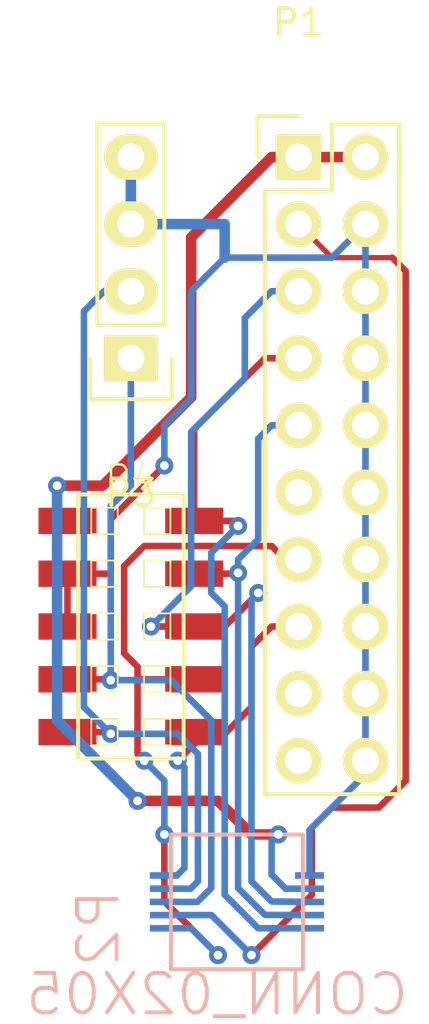
<source format=kicad_pcb>
(kicad_pcb (version 4) (host pcbnew "(2015-06-20 BZR 5796)-product")

  (general
    (links 31)
    (no_connects 0)
    (area 154.911667 96.645 171.478334 135.905)
    (thickness 1.6)
    (drawings 0)
    (tracks 158)
    (zones 0)
    (modules 4)
    (nets 14)
  )

  (page A4)
  (layers
    (0 F.Cu signal)
    (31 B.Cu signal)
    (32 B.Adhes user)
    (33 F.Adhes user)
    (34 B.Paste user)
    (35 F.Paste user)
    (36 B.SilkS user)
    (37 F.SilkS user)
    (38 B.Mask user)
    (39 F.Mask user)
    (40 Dwgs.User user)
    (41 Cmts.User user)
    (42 Eco1.User user)
    (43 Eco2.User user)
    (44 Edge.Cuts user)
    (45 Margin user)
    (46 B.CrtYd user)
    (47 F.CrtYd user)
    (48 B.Fab user)
    (49 F.Fab user)
  )

  (setup
    (last_trace_width 0.4)
    (user_trace_width 0.2)
    (user_trace_width 0.3)
    (user_trace_width 0.35)
    (user_trace_width 0.4)
    (user_trace_width 0.45)
    (user_trace_width 0.5)
    (user_trace_width 0.55)
    (user_trace_width 0.6)
    (user_trace_width 0.65)
    (user_trace_width 0.7)
    (user_trace_width 1)
    (user_trace_width 1.5)
    (trace_clearance 0.2)
    (zone_clearance 0.254)
    (zone_45_only no)
    (trace_min 0.1524)
    (segment_width 0.2)
    (edge_width 0.15)
    (via_size 0.6858)
    (via_drill 0.33)
    (via_min_size 0.6858)
    (via_min_drill 0.33)
    (uvia_size 0.3)
    (uvia_drill 0.1)
    (uvias_allowed no)
    (uvia_min_size 0.2)
    (uvia_min_drill 0.1)
    (pcb_text_width 0.3)
    (pcb_text_size 1.5 1.5)
    (mod_edge_width 0.15)
    (mod_text_size 0.5 0.5)
    (mod_text_width 0.0635)
    (pad_size 4 4)
    (pad_drill 2.5)
    (pad_to_mask_clearance 0.2)
    (aux_axis_origin 0 0)
    (visible_elements FFFEFF1F)
    (pcbplotparams
      (layerselection 0x00030_80000001)
      (usegerberextensions false)
      (excludeedgelayer true)
      (linewidth 0.100000)
      (plotframeref false)
      (viasonmask false)
      (mode 1)
      (useauxorigin false)
      (hpglpennumber 1)
      (hpglpenspeed 20)
      (hpglpendiameter 15)
      (hpglpenoverlay 2)
      (psnegative false)
      (psa4output false)
      (plotreference true)
      (plotvalue true)
      (plotinvisibletext false)
      (padsonsilk false)
      (subtractmaskfromsilk false)
      (outputformat 1)
      (mirror false)
      (drillshape 1)
      (scaleselection 1)
      (outputdirectory ""))
  )

  (net 0 "")
  (net 1 /VAPP)
  (net 2 /TRST)
  (net 3 GND)
  (net 4 /TDI)
  (net 5 /TMS_SWDIO)
  (net 6 /TCK_SWCLK)
  (net 7 "Net-(P1-Pad11)")
  (net 8 /TDO_SWO)
  (net 9 /NRST)
  (net 10 "Net-(P1-Pad17)")
  (net 11 "Net-(P1-Pad19)")
  (net 12 /UART_TX)
  (net 13 /UART_RX)

  (net_class Default "This is the default net class."
    (clearance 0.2)
    (trace_width 0.25)
    (via_dia 0.6858)
    (via_drill 0.33)
    (uvia_dia 0.3)
    (uvia_drill 0.1)
    (add_net /NRST)
    (add_net /TCK_SWCLK)
    (add_net /TDI)
    (add_net /TDO_SWO)
    (add_net /TMS_SWDIO)
    (add_net /TRST)
    (add_net /UART_RX)
    (add_net /UART_TX)
    (add_net /VAPP)
    (add_net GND)
    (add_net "Net-(P1-Pad11)")
    (add_net "Net-(P1-Pad17)")
    (add_net "Net-(P1-Pad19)")
  )

  (module Pin_Headers:Pin_Header_Straight_2x10 (layer F.Cu) (tedit 0) (tstamp 55892371)
    (at 166.37 102.87)
    (descr "Through hole pin header")
    (tags "pin header")
    (path /5586FF1D)
    (fp_text reference P1 (at 0 -5.1) (layer F.SilkS)
      (effects (font (size 1 1) (thickness 0.15)))
    )
    (fp_text value CONN_02X10 (at 0 -3.1) (layer F.Fab)
      (effects (font (size 1 1) (thickness 0.15)))
    )
    (fp_line (start -1.75 -1.75) (end -1.75 24.65) (layer F.CrtYd) (width 0.05))
    (fp_line (start 4.3 -1.75) (end 4.3 24.65) (layer F.CrtYd) (width 0.05))
    (fp_line (start -1.75 -1.75) (end 4.3 -1.75) (layer F.CrtYd) (width 0.05))
    (fp_line (start -1.75 24.65) (end 4.3 24.65) (layer F.CrtYd) (width 0.05))
    (fp_line (start 3.81 24.13) (end 3.81 -1.27) (layer F.SilkS) (width 0.15))
    (fp_line (start -1.27 1.27) (end -1.27 24.13) (layer F.SilkS) (width 0.15))
    (fp_line (start 3.81 24.13) (end -1.27 24.13) (layer F.SilkS) (width 0.15))
    (fp_line (start 3.81 -1.27) (end 1.27 -1.27) (layer F.SilkS) (width 0.15))
    (fp_line (start 0 -1.55) (end -1.55 -1.55) (layer F.SilkS) (width 0.15))
    (fp_line (start 1.27 -1.27) (end 1.27 1.27) (layer F.SilkS) (width 0.15))
    (fp_line (start 1.27 1.27) (end -1.27 1.27) (layer F.SilkS) (width 0.15))
    (fp_line (start -1.55 -1.55) (end -1.55 0) (layer F.SilkS) (width 0.15))
    (pad 1 thru_hole rect (at 0 0) (size 1.7272 1.7272) (drill 1.016) (layers *.Cu *.Mask F.SilkS)
      (net 1 /VAPP))
    (pad 2 thru_hole oval (at 2.54 0) (size 1.7272 1.7272) (drill 1.016) (layers *.Cu *.Mask F.SilkS)
      (net 1 /VAPP))
    (pad 3 thru_hole oval (at 0 2.54) (size 1.7272 1.7272) (drill 1.016) (layers *.Cu *.Mask F.SilkS)
      (net 2 /TRST))
    (pad 4 thru_hole oval (at 2.54 2.54) (size 1.7272 1.7272) (drill 1.016) (layers *.Cu *.Mask F.SilkS)
      (net 3 GND))
    (pad 5 thru_hole oval (at 0 5.08) (size 1.7272 1.7272) (drill 1.016) (layers *.Cu *.Mask F.SilkS)
      (net 4 /TDI))
    (pad 6 thru_hole oval (at 2.54 5.08) (size 1.7272 1.7272) (drill 1.016) (layers *.Cu *.Mask F.SilkS)
      (net 3 GND))
    (pad 7 thru_hole oval (at 0 7.62) (size 1.7272 1.7272) (drill 1.016) (layers *.Cu *.Mask F.SilkS)
      (net 5 /TMS_SWDIO))
    (pad 8 thru_hole oval (at 2.54 7.62) (size 1.7272 1.7272) (drill 1.016) (layers *.Cu *.Mask F.SilkS)
      (net 3 GND))
    (pad 9 thru_hole oval (at 0 10.16) (size 1.7272 1.7272) (drill 1.016) (layers *.Cu *.Mask F.SilkS)
      (net 6 /TCK_SWCLK))
    (pad 10 thru_hole oval (at 2.54 10.16) (size 1.7272 1.7272) (drill 1.016) (layers *.Cu *.Mask F.SilkS)
      (net 3 GND))
    (pad 11 thru_hole oval (at 0 12.7) (size 1.7272 1.7272) (drill 1.016) (layers *.Cu *.Mask F.SilkS)
      (net 7 "Net-(P1-Pad11)"))
    (pad 12 thru_hole oval (at 2.54 12.7) (size 1.7272 1.7272) (drill 1.016) (layers *.Cu *.Mask F.SilkS)
      (net 3 GND))
    (pad 13 thru_hole oval (at 0 15.24) (size 1.7272 1.7272) (drill 1.016) (layers *.Cu *.Mask F.SilkS)
      (net 8 /TDO_SWO))
    (pad 14 thru_hole oval (at 2.54 15.24) (size 1.7272 1.7272) (drill 1.016) (layers *.Cu *.Mask F.SilkS)
      (net 3 GND))
    (pad 15 thru_hole oval (at 0 17.78) (size 1.7272 1.7272) (drill 1.016) (layers *.Cu *.Mask F.SilkS)
      (net 9 /NRST))
    (pad 16 thru_hole oval (at 2.54 17.78) (size 1.7272 1.7272) (drill 1.016) (layers *.Cu *.Mask F.SilkS)
      (net 3 GND))
    (pad 17 thru_hole oval (at 0 20.32) (size 1.7272 1.7272) (drill 1.016) (layers *.Cu *.Mask F.SilkS)
      (net 10 "Net-(P1-Pad17)"))
    (pad 18 thru_hole oval (at 2.54 20.32) (size 1.7272 1.7272) (drill 1.016) (layers *.Cu *.Mask F.SilkS)
      (net 3 GND))
    (pad 19 thru_hole oval (at 0 22.86) (size 1.7272 1.7272) (drill 1.016) (layers *.Cu *.Mask F.SilkS)
      (net 11 "Net-(P1-Pad19)"))
    (pad 20 thru_hole oval (at 2.54 22.86) (size 1.7272 1.7272) (drill 1.016) (layers *.Cu *.Mask F.SilkS)
      (net 3 GND))
    (model Pin_Headers.3dshapes/Pin_Header_Straight_2x10.wrl
      (at (xyz 0.05 -0.45 0))
      (scale (xyz 1 1 1))
      (rotate (xyz 0 0 90))
    )
  )

  (module DF23C-10DP-0.5V:DF23C-10DS-0.5V (layer B.Cu) (tedit 5586AB65) (tstamp 5589237F)
    (at 161.29 132.08 90)
    (path /5586E97E)
    (fp_text reference P2 (at 0 -2.5 90) (layer B.SilkS)
      (effects (font (size 1.5 1.5) (thickness 0.15)) (justify mirror))
    )
    (fp_text value CONN_02X05 (at -2.5 2 360) (layer B.SilkS)
      (effects (font (size 1.5 1.5) (thickness 0.15)) (justify mirror))
    )
    (fp_line (start 3.55 5.25) (end 3.55 0.25) (layer B.SilkS) (width 0.15))
    (fp_line (start -1.55 5.25) (end -1.55 0.25) (layer B.SilkS) (width 0.15))
    (fp_line (start -1.55 0.25) (end 3.55 0.25) (layer B.SilkS) (width 0.15))
    (fp_line (start -1.55 5.25) (end 3.55 5.25) (layer B.SilkS) (width 0.15))
    (pad 1 smd rect (at 0 0 90) (size 0.25 1.1) (layers B.Cu B.Paste B.Mask)
      (net 8 /TDO_SWO))
    (pad 3 smd rect (at 0.5 0 90) (size 0.25 1.1) (layers B.Cu B.Paste B.Mask)
      (net 2 /TRST))
    (pad 5 smd rect (at 1 0 90) (size 0.25 1.1) (layers B.Cu B.Paste B.Mask)
      (net 12 /UART_TX))
    (pad 7 smd rect (at 1.5 0 90) (size 0.25 1.1) (layers B.Cu B.Paste B.Mask)
      (net 13 /UART_RX))
    (pad 9 smd rect (at 2 0 90) (size 0.25 1.1) (layers B.Cu B.Paste B.Mask)
      (net 9 /NRST))
    (pad 2 smd rect (at 0 5.5 90) (size 0.25 1.1) (layers B.Cu B.Paste B.Mask)
      (net 5 /TMS_SWDIO))
    (pad 4 smd rect (at 0.5 5.5 90) (size 0.25 1.1) (layers B.Cu B.Paste B.Mask)
      (net 6 /TCK_SWCLK))
    (pad 6 smd rect (at 1 5.5 90) (size 0.25 1.1) (layers B.Cu B.Paste B.Mask)
      (net 4 /TDI))
    (pad 8 smd rect (at 1.5 5.5 90) (size 0.25 1.1) (layers B.Cu B.Paste B.Mask)
      (net 1 /VAPP))
    (pad 10 smd rect (at 2 5.5 90) (size 0.25 1.1) (layers B.Cu B.Paste B.Mask)
      (net 3 GND))
  )

  (module Pin_Headers:Pin_Header_Straight_1x04 (layer F.Cu) (tedit 0) (tstamp 55892392)
    (at 160.02 110.49 180)
    (descr "Through hole pin header")
    (tags "pin header")
    (path /55886F42)
    (fp_text reference P3 (at 0 -5.1 180) (layer F.SilkS)
      (effects (font (size 1 1) (thickness 0.15)))
    )
    (fp_text value CONN_01X04 (at 0 -3.1 180) (layer F.Fab)
      (effects (font (size 1 1) (thickness 0.15)))
    )
    (fp_line (start -1.75 -1.75) (end -1.75 9.4) (layer F.CrtYd) (width 0.05))
    (fp_line (start 1.75 -1.75) (end 1.75 9.4) (layer F.CrtYd) (width 0.05))
    (fp_line (start -1.75 -1.75) (end 1.75 -1.75) (layer F.CrtYd) (width 0.05))
    (fp_line (start -1.75 9.4) (end 1.75 9.4) (layer F.CrtYd) (width 0.05))
    (fp_line (start -1.27 1.27) (end -1.27 8.89) (layer F.SilkS) (width 0.15))
    (fp_line (start 1.27 1.27) (end 1.27 8.89) (layer F.SilkS) (width 0.15))
    (fp_line (start 1.55 -1.55) (end 1.55 0) (layer F.SilkS) (width 0.15))
    (fp_line (start -1.27 8.89) (end 1.27 8.89) (layer F.SilkS) (width 0.15))
    (fp_line (start 1.27 1.27) (end -1.27 1.27) (layer F.SilkS) (width 0.15))
    (fp_line (start -1.55 0) (end -1.55 -1.55) (layer F.SilkS) (width 0.15))
    (fp_line (start -1.55 -1.55) (end 1.55 -1.55) (layer F.SilkS) (width 0.15))
    (pad 1 thru_hole rect (at 0 0 180) (size 2.032 1.7272) (drill 1.016) (layers *.Cu *.Mask F.SilkS)
      (net 12 /UART_TX))
    (pad 2 thru_hole oval (at 0 2.54 180) (size 2.032 1.7272) (drill 1.016) (layers *.Cu *.Mask F.SilkS)
      (net 13 /UART_RX))
    (pad 3 thru_hole oval (at 0 5.08 180) (size 2.032 1.7272) (drill 1.016) (layers *.Cu *.Mask F.SilkS)
      (net 3 GND))
    (pad 4 thru_hole oval (at 0 7.62 180) (size 2.032 1.7272) (drill 1.016) (layers *.Cu *.Mask F.SilkS)
      (net 3 GND))
    (model Pin_Headers.3dshapes/Pin_Header_Straight_1x04.wrl
      (at (xyz 0 -0.15 0))
      (scale (xyz 1 1 1))
      (rotate (xyz 0 0 90))
    )
  )

  (module molexNoHole:molexNoHole-87832-10 (layer F.Cu) (tedit 5564ADF3) (tstamp 558923A0)
    (at 160.02 120.65 270)
    (descr "PCB HEADERS")
    (tags "PCB HEADERS")
    (path /5586EEE2)
    (attr smd)
    (fp_text reference P4 (at -5.588 0 360) (layer F.SilkS)
      (effects (font (size 1.016 1.016) (thickness 0.0889)))
    )
    (fp_text value CONN_02X05 (at 5.334 0 360) (layer F.SilkS) hide
      (effects (font (size 0.8128 0.8128) (thickness 0.0889)))
    )
    (fp_line (start -5 -2) (end -5 2) (layer F.SilkS) (width 0.15))
    (fp_line (start -5 2) (end 5 2) (layer F.SilkS) (width 0.15))
    (fp_line (start 5 -2) (end 5 2) (layer F.SilkS) (width 0.15))
    (fp_line (start -5 -2) (end 5 -2) (layer F.SilkS) (width 0.15))
    (fp_line (start -4.49834 -0.49784) (end -3.49758 -0.49784) (layer F.SilkS) (width 0.06604))
    (fp_line (start -3.49758 -0.49784) (end -3.49758 -1.4986) (layer F.SilkS) (width 0.06604))
    (fp_line (start -4.49834 -1.4986) (end -3.49758 -1.4986) (layer F.SilkS) (width 0.06604))
    (fp_line (start -4.49834 -0.49784) (end -4.49834 -1.4986) (layer F.SilkS) (width 0.06604))
    (fp_line (start -2.49936 -0.49784) (end -1.4986 -0.49784) (layer F.SilkS) (width 0.06604))
    (fp_line (start -1.4986 -0.49784) (end -1.4986 -1.4986) (layer F.SilkS) (width 0.06604))
    (fp_line (start -2.49936 -1.4986) (end -1.4986 -1.4986) (layer F.SilkS) (width 0.06604))
    (fp_line (start -2.49936 -0.49784) (end -2.49936 -1.4986) (layer F.SilkS) (width 0.06604))
    (fp_line (start -0.49784 -0.49784) (end 0.49784 -0.49784) (layer F.SilkS) (width 0.06604))
    (fp_line (start 0.49784 -0.49784) (end 0.49784 -1.4986) (layer F.SilkS) (width 0.06604))
    (fp_line (start -0.49784 -1.4986) (end 0.49784 -1.4986) (layer F.SilkS) (width 0.06604))
    (fp_line (start -0.49784 -0.49784) (end -0.49784 -1.4986) (layer F.SilkS) (width 0.06604))
    (fp_line (start 1.4986 -0.49784) (end 2.49936 -0.49784) (layer F.SilkS) (width 0.06604))
    (fp_line (start 2.49936 -0.49784) (end 2.49936 -1.4986) (layer F.SilkS) (width 0.06604))
    (fp_line (start 1.4986 -1.4986) (end 2.49936 -1.4986) (layer F.SilkS) (width 0.06604))
    (fp_line (start 1.4986 -0.49784) (end 1.4986 -1.4986) (layer F.SilkS) (width 0.06604))
    (fp_line (start -4.49834 1.4986) (end -3.49758 1.4986) (layer F.SilkS) (width 0.06604))
    (fp_line (start -3.49758 1.4986) (end -3.49758 0.49784) (layer F.SilkS) (width 0.06604))
    (fp_line (start -4.49834 0.49784) (end -3.49758 0.49784) (layer F.SilkS) (width 0.06604))
    (fp_line (start -4.49834 1.4986) (end -4.49834 0.49784) (layer F.SilkS) (width 0.06604))
    (fp_line (start -2.49936 1.4986) (end -1.4986 1.4986) (layer F.SilkS) (width 0.06604))
    (fp_line (start -1.4986 1.4986) (end -1.4986 0.49784) (layer F.SilkS) (width 0.06604))
    (fp_line (start -2.49936 0.49784) (end -1.4986 0.49784) (layer F.SilkS) (width 0.06604))
    (fp_line (start -2.49936 1.4986) (end -2.49936 0.49784) (layer F.SilkS) (width 0.06604))
    (fp_line (start -0.49784 1.4986) (end 0.49784 1.4986) (layer F.SilkS) (width 0.06604))
    (fp_line (start 0.49784 1.4986) (end 0.49784 0.49784) (layer F.SilkS) (width 0.06604))
    (fp_line (start -0.49784 0.49784) (end 0.49784 0.49784) (layer F.SilkS) (width 0.06604))
    (fp_line (start -0.49784 1.4986) (end -0.49784 0.49784) (layer F.SilkS) (width 0.06604))
    (fp_line (start 1.4986 1.4986) (end 2.49936 1.4986) (layer F.SilkS) (width 0.06604))
    (fp_line (start 2.49936 1.4986) (end 2.49936 0.49784) (layer F.SilkS) (width 0.06604))
    (fp_line (start 1.4986 0.49784) (end 2.49936 0.49784) (layer F.SilkS) (width 0.06604))
    (fp_line (start 1.4986 1.4986) (end 1.4986 0.49784) (layer F.SilkS) (width 0.06604))
    (fp_line (start 3.49758 -0.49784) (end 4.49834 -0.49784) (layer F.SilkS) (width 0.06604))
    (fp_line (start 4.49834 -0.49784) (end 4.49834 -1.4986) (layer F.SilkS) (width 0.06604))
    (fp_line (start 3.49758 -1.4986) (end 4.49834 -1.4986) (layer F.SilkS) (width 0.06604))
    (fp_line (start 3.49758 -0.49784) (end 3.49758 -1.4986) (layer F.SilkS) (width 0.06604))
    (fp_line (start 3.49758 1.4986) (end 4.49834 1.4986) (layer F.SilkS) (width 0.06604))
    (fp_line (start 4.49834 1.4986) (end 4.49834 0.49784) (layer F.SilkS) (width 0.06604))
    (fp_line (start 3.49758 0.49784) (end 4.49834 0.49784) (layer F.SilkS) (width 0.06604))
    (fp_line (start 3.49758 1.4986) (end 3.49758 0.49784) (layer F.SilkS) (width 0.06604))
    (pad 1 smd rect (at -4 2.4 270) (size 1 2.2) (layers F.Cu F.Paste F.Mask)
      (net 1 /VAPP))
    (pad 2 smd rect (at -4 -2.4 270) (size 1 2.2) (layers F.Cu F.Paste F.Mask)
      (net 5 /TMS_SWDIO))
    (pad 3 smd rect (at -2 2.4 270) (size 1 2.2) (layers F.Cu F.Paste F.Mask)
      (net 3 GND))
    (pad 4 smd rect (at -2 -2.4 270) (size 1 2.2) (layers F.Cu F.Paste F.Mask)
      (net 6 /TCK_SWCLK))
    (pad 5 smd rect (at 0 2.4 270) (size 1 2.2) (layers F.Cu F.Paste F.Mask)
      (net 3 GND))
    (pad 6 smd rect (at 0 -2.4 270) (size 1 2.2) (layers F.Cu F.Paste F.Mask)
      (net 4 /TDI))
    (pad 7 smd rect (at 2 2.4 270) (size 1 2.2) (layers F.Cu F.Paste F.Mask)
      (net 12 /UART_TX))
    (pad 8 smd rect (at 2 -2.4 270) (size 1 2.2) (layers F.Cu F.Paste F.Mask)
      (net 8 /TDO_SWO))
    (pad 9 smd rect (at 4 2.4 270) (size 1 2.2) (layers F.Cu F.Paste F.Mask)
      (net 13 /UART_RX))
    (pad 10 smd rect (at 4 -2.4 270) (size 1 2.2) (layers F.Cu F.Paste F.Mask)
      (net 9 /NRST))
  )

  (segment (start 157.226 115.316) (end 157.226 116.256) (width 0.4) (layer F.Cu) (net 1) (status 800000))
  (segment (start 157.226 116.256) (end 157.62 116.65) (width 0.4) (layer F.Cu) (net 1) (tstamp 5589BF15) (status C00000))
  (segment (start 157.226 115.316) (end 158.954 115.316) (width 0.4) (layer F.Cu) (net 1))
  (segment (start 162.306 105.918) (end 162.306 111.964) (width 0.4) (layer F.Cu) (net 1) (tstamp 5589B804))
  (segment (start 165.354 102.87) (end 162.306 105.918) (width 0.4) (layer F.Cu) (net 1) (tstamp 5589B7F9))
  (segment (start 166.37 102.87) (end 165.354 102.87) (width 0.4) (layer F.Cu) (net 1) (tstamp 5589B7F7))
  (segment (start 157.226 124.206) (end 159.512 126.492) (width 0.4) (layer B.Cu) (net 1))
  (via (at 157.226 115.316) (size 0.6858) (drill 0.33) (layers F.Cu B.Cu) (net 1))
  (segment (start 157.226 124.206) (end 157.226 115.316) (width 0.4) (layer B.Cu) (net 1))
  (segment (start 158.954 115.316) (end 162.306 111.964) (width 0.4) (layer F.Cu) (net 1) (tstamp 5589BF09))
  (segment (start 164.592 128.524) (end 163.322 127.254) (width 0.4) (layer F.Cu) (net 1) (tstamp 5589BD41))
  (segment (start 163.322 127.254) (end 160.274 127.254) (width 0.4) (layer F.Cu) (net 1) (tstamp 5589BD47))
  (via (at 160.274 127.254) (size 0.6858) (drill 0.33) (layers F.Cu B.Cu) (net 1))
  (segment (start 160.274 127.254) (end 159.512 126.492) (width 0.4) (layer B.Cu) (net 1) (tstamp 5589BD55))
  (segment (start 166.79 130.58) (end 165.886 130.58) (width 0.25) (layer B.Cu) (net 1))
  (via (at 165.608 128.524) (size 0.6858) (drill 0.33) (layers F.Cu B.Cu) (net 1))
  (segment (start 165.354 128.778) (end 165.608 128.524) (width 0.25) (layer B.Cu) (net 1) (tstamp 5589BA35))
  (segment (start 165.354 130.048) (end 165.354 128.778) (width 0.25) (layer B.Cu) (net 1) (tstamp 5589BA2F))
  (segment (start 165.886 130.58) (end 165.354 130.048) (width 0.25) (layer B.Cu) (net 1) (tstamp 5589BA2E))
  (segment (start 165.608 128.524) (end 164.592 128.524) (width 0.4) (layer F.Cu) (net 1))
  (segment (start 159.512 126.492) (end 159.512 126.492) (width 0.4) (layer B.Cu) (net 1) (tstamp 5589BD56))
  (segment (start 168.91 102.87) (end 166.37 102.87) (width 0.4) (layer F.Cu) (net 1))
  (segment (start 161.29 131.58) (end 163.076 131.58) (width 0.25) (layer B.Cu) (net 2) (status 400000))
  (segment (start 167.64 106.68) (end 166.37 105.41) (width 0.2) (layer F.Cu) (net 2) (tstamp 5589B4DA))
  (segment (start 170.434 107.188) (end 169.926 106.68) (width 0.25) (layer F.Cu) (net 2) (tstamp 5589B4B6))
  (segment (start 170.434 126.492) (end 170.434 107.188) (width 0.25) (layer F.Cu) (net 2) (tstamp 5589B4B4))
  (segment (start 169.418 127.508) (end 170.434 126.492) (width 0.25) (layer F.Cu) (net 2) (tstamp 5589B4B2))
  (segment (start 167.64 127.508) (end 169.418 127.508) (width 0.25) (layer F.Cu) (net 2) (tstamp 5589B4AA))
  (segment (start 166.878 128.27) (end 167.64 127.508) (width 0.25) (layer F.Cu) (net 2) (tstamp 5589B492))
  (segment (start 169.926 106.68) (end 167.64 106.68) (width 0.2) (layer F.Cu) (net 2))
  (segment (start 166.878 130.81) (end 166.878 128.27) (width 0.25) (layer F.Cu) (net 2) (tstamp 5589BD17))
  (segment (start 164.592 133.096) (end 166.878 130.81) (width 0.25) (layer F.Cu) (net 2) (tstamp 5589BD16))
  (via (at 164.592 133.096) (size 0.6858) (drill 0.33) (layers F.Cu B.Cu) (net 2))
  (segment (start 163.076 131.58) (end 164.592 133.096) (width 0.25) (layer B.Cu) (net 2) (tstamp 5589BCFB))
  (segment (start 163.576 106.68) (end 162.306 107.95) (width 0.25) (layer B.Cu) (net 3))
  (segment (start 159.226 118.65) (end 157.62 118.65) (width 0.25) (layer F.Cu) (net 3) (tstamp 5589BE66) (status 800000))
  (segment (start 159.258 118.618) (end 159.226 118.65) (width 0.25) (layer F.Cu) (net 3) (tstamp 5589BE65))
  (segment (start 159.258 116.586) (end 159.258 118.618) (width 0.25) (layer F.Cu) (net 3) (tstamp 5589BE5C))
  (segment (start 161.29 114.554) (end 159.258 116.586) (width 0.25) (layer F.Cu) (net 3) (tstamp 5589BE5B))
  (via (at 161.29 114.554) (size 0.6858) (drill 0.33) (layers F.Cu B.Cu) (net 3))
  (segment (start 161.29 113.03) (end 161.29 114.554) (width 0.25) (layer B.Cu) (net 3) (tstamp 5589BE54))
  (segment (start 162.306 112.014) (end 161.29 113.03) (width 0.25) (layer B.Cu) (net 3) (tstamp 5589BE4C))
  (segment (start 162.306 107.95) (end 162.306 112.014) (width 0.25) (layer B.Cu) (net 3) (tstamp 5589BE48))
  (segment (start 157.62 120.65) (end 157.62 118.65) (width 0.25) (layer F.Cu) (net 3) (status C00000))
  (segment (start 168.91 125.73) (end 168.91 126.238) (width 0.25) (layer B.Cu) (net 3) (status C00000))
  (segment (start 168.91 126.238) (end 166.79 128.358) (width 0.25) (layer B.Cu) (net 3) (tstamp 5589BE04) (status 400000))
  (segment (start 166.79 128.358) (end 166.79 130.08) (width 0.25) (layer B.Cu) (net 3) (tstamp 5589BE09) (status 800000))
  (segment (start 168.91 105.41) (end 168.91 107.95) (width 0.25) (layer B.Cu) (net 3) (status C00000))
  (segment (start 168.91 107.95) (end 168.91 110.49) (width 0.25) (layer B.Cu) (net 3) (tstamp 5589BDEE) (status C00000))
  (segment (start 168.91 110.49) (end 168.91 113.03) (width 0.25) (layer B.Cu) (net 3) (tstamp 5589BDEF) (status C00000))
  (segment (start 168.91 113.03) (end 168.91 115.57) (width 0.25) (layer B.Cu) (net 3) (tstamp 5589BDF0) (status C00000))
  (segment (start 168.91 115.57) (end 168.91 118.11) (width 0.25) (layer B.Cu) (net 3) (tstamp 5589BDF1) (status C00000))
  (segment (start 168.91 118.11) (end 168.91 120.65) (width 0.25) (layer B.Cu) (net 3) (tstamp 5589BDF2) (status C00000))
  (segment (start 168.91 120.65) (end 168.91 123.19) (width 0.25) (layer B.Cu) (net 3) (tstamp 5589BDF7) (status C00000))
  (segment (start 168.91 123.19) (end 168.91 125.73) (width 0.25) (layer B.Cu) (net 3) (tstamp 5589BDF8) (status C00000))
  (segment (start 160.02 102.87) (end 160.02 105.41) (width 0.4) (layer B.Cu) (net 3) (status C00000))
  (segment (start 160.02 105.41) (end 163.576 105.41) (width 0.4) (layer B.Cu) (net 3) (tstamp 5589BDCE) (status 400000))
  (segment (start 163.576 105.41) (end 163.576 106.68) (width 0.4) (layer B.Cu) (net 3) (tstamp 5589BDCF))
  (segment (start 163.576 106.68) (end 167.64 106.68) (width 0.25) (layer B.Cu) (net 3) (tstamp 5589BDD4))
  (segment (start 167.64 106.68) (end 168.91 105.41) (width 0.25) (layer B.Cu) (net 3) (tstamp 5589BDD6) (status 800000))
  (segment (start 162.42 120.65) (end 160.782 120.65) (width 0.25) (layer F.Cu) (net 4))
  (segment (start 165.354 107.95) (end 166.37 107.95) (width 0.25) (layer B.Cu) (net 4) (tstamp 5589B68C))
  (segment (start 164.338 108.966) (end 165.354 107.95) (width 0.25) (layer B.Cu) (net 4) (tstamp 5589B689))
  (segment (start 164.338 111.252) (end 164.338 108.966) (width 0.25) (layer B.Cu) (net 4) (tstamp 5589B687))
  (segment (start 162.306 113.284) (end 164.338 111.252) (width 0.25) (layer B.Cu) (net 4) (tstamp 5589B681))
  (segment (start 162.306 119.126) (end 162.306 113.284) (width 0.25) (layer B.Cu) (net 4) (tstamp 5589B676))
  (segment (start 160.782 120.65) (end 162.306 119.126) (width 0.25) (layer B.Cu) (net 4) (tstamp 5589B675))
  (via (at 160.782 120.65) (size 0.6858) (drill 0.33) (layers F.Cu B.Cu) (net 4))
  (segment (start 162.42 120.65) (end 163.576 120.65) (width 0.25) (layer F.Cu) (net 4))
  (via (at 164.846 119.38) (size 0.6858) (drill 0.33) (layers F.Cu B.Cu) (net 4))
  (segment (start 164.592 119.634) (end 164.846 119.38) (width 0.25) (layer B.Cu) (net 4) (tstamp 5589B40F))
  (segment (start 164.592 129.54) (end 164.592 119.634) (width 0.25) (layer B.Cu) (net 4) (tstamp 5589B3FA))
  (segment (start 164.592 130.302) (end 164.592 129.54) (width 0.25) (layer B.Cu) (net 4) (tstamp 5589B3EF))
  (segment (start 165.354 131.064) (end 164.592 130.302) (width 0.25) (layer B.Cu) (net 4) (tstamp 5589B3E8))
  (segment (start 165.354 131.064) (end 166.79 131.08) (width 0.25) (layer B.Cu) (net 4))
  (segment (start 163.576 120.65) (end 164.846 119.38) (width 0.25) (layer F.Cu) (net 4) (tstamp 5589B5C7))
  (segment (start 162.42 116.65) (end 162.42 113.17) (width 0.25) (layer F.Cu) (net 5))
  (segment (start 165.1 110.49) (end 166.37 110.49) (width 0.25) (layer F.Cu) (net 5) (tstamp 5589B50E))
  (segment (start 162.42 113.17) (end 165.1 110.49) (width 0.25) (layer F.Cu) (net 5) (tstamp 5589B506))
  (segment (start 166.79 132.08) (end 164.846 132.08) (width 0.25) (layer B.Cu) (net 5))
  (segment (start 163.894 116.65) (end 162.42 116.65) (width 0.25) (layer F.Cu) (net 5) (tstamp 5589B3DE))
  (segment (start 164.084 116.84) (end 163.894 116.65) (width 0.25) (layer F.Cu) (net 5) (tstamp 5589B3DD))
  (via (at 164.084 116.84) (size 0.6858) (drill 0.33) (layers F.Cu B.Cu) (net 5))
  (segment (start 163.068 117.856) (end 164.084 116.84) (width 0.25) (layer B.Cu) (net 5) (tstamp 5589B3D6))
  (segment (start 163.068 119.38) (end 163.068 117.856) (width 0.25) (layer B.Cu) (net 5) (tstamp 5589B3D3))
  (segment (start 163.576 119.888) (end 163.068 119.38) (width 0.25) (layer B.Cu) (net 5) (tstamp 5589B3CB))
  (segment (start 163.576 130.81) (end 163.576 119.888) (width 0.25) (layer B.Cu) (net 5) (tstamp 5589B3CA))
  (segment (start 164.846 132.08) (end 163.576 130.81) (width 0.25) (layer B.Cu) (net 5) (tstamp 5589B3C5))
  (segment (start 164.084 118.618) (end 164.084 118.11) (width 0.25) (layer B.Cu) (net 6))
  (segment (start 165.354 113.03) (end 166.37 113.03) (width 0.25) (layer B.Cu) (net 6) (tstamp 5589B5EF))
  (segment (start 164.846 113.538) (end 165.354 113.03) (width 0.25) (layer B.Cu) (net 6) (tstamp 5589B5ED))
  (segment (start 164.846 117.348) (end 164.846 113.538) (width 0.25) (layer B.Cu) (net 6) (tstamp 5589B5E8))
  (segment (start 164.084 118.11) (end 164.846 117.348) (width 0.25) (layer B.Cu) (net 6) (tstamp 5589B5E3))
  (segment (start 166.79 131.58) (end 165.1 131.572) (width 0.25) (layer B.Cu) (net 6))
  (segment (start 164.052 118.65) (end 162.42 118.65) (width 0.25) (layer F.Cu) (net 6) (tstamp 5589B3C0))
  (segment (start 164.084 118.618) (end 164.052 118.65) (width 0.25) (layer F.Cu) (net 6) (tstamp 5589B3BF))
  (via (at 164.084 118.618) (size 0.6858) (drill 0.33) (layers F.Cu B.Cu) (net 6))
  (segment (start 164.084 130.556) (end 164.084 118.618) (width 0.25) (layer B.Cu) (net 6) (tstamp 5589B3B6))
  (segment (start 165.1 131.572) (end 164.084 130.556) (width 0.25) (layer B.Cu) (net 6) (tstamp 5589B3A4))
  (segment (start 162.42 122.65) (end 160.274 122.65) (width 0.25) (layer F.Cu) (net 8) (status 400000))
  (segment (start 160.528 125.73) (end 160.274 125.476) (width 0.25) (layer F.Cu) (net 8))
  (segment (start 165.354 117.602) (end 160.528 117.602) (width 0.25) (layer F.Cu) (net 8) (tstamp 5589B6BF))
  (segment (start 160.528 117.602) (end 159.766 118.364) (width 0.25) (layer F.Cu) (net 8) (tstamp 5589B6C2))
  (segment (start 159.766 118.364) (end 159.766 121.666) (width 0.25) (layer F.Cu) (net 8) (tstamp 5589B6CB))
  (segment (start 165.862 118.11) (end 165.354 117.602) (width 0.25) (layer F.Cu) (net 8) (tstamp 5589B6AF))
  (segment (start 161.29 126.492) (end 160.528 125.73) (width 0.25) (layer B.Cu) (net 8) (tstamp 5589BCAF))
  (via (at 160.528 125.73) (size 0.6858) (drill 0.33) (layers F.Cu B.Cu) (net 8))
  (segment (start 162.306 132.08) (end 161.29 132.08) (width 0.25) (layer B.Cu) (net 8))
  (via (at 161.29 128.524) (size 0.6858) (drill 0.33) (layers F.Cu B.Cu) (net 8))
  (segment (start 161.29 129.54) (end 161.29 128.524) (width 0.25) (layer F.Cu) (net 8) (tstamp 5589BA7F))
  (segment (start 161.29 131.064) (end 161.29 129.54) (width 0.25) (layer F.Cu) (net 8) (tstamp 5589BA7A))
  (segment (start 163.322 133.096) (end 161.29 131.064) (width 0.25) (layer F.Cu) (net 8) (tstamp 5589BA79))
  (via (at 163.322 133.096) (size 0.6858) (drill 0.33) (layers F.Cu B.Cu) (net 8))
  (segment (start 162.306 132.08) (end 163.322 133.096) (width 0.25) (layer B.Cu) (net 8) (tstamp 5589BA64))
  (segment (start 161.29 128.524) (end 161.29 126.492) (width 0.25) (layer B.Cu) (net 8))
  (segment (start 160.274 122.174) (end 159.766 121.666) (width 0.25) (layer F.Cu) (net 8) (tstamp 5589BEB3))
  (segment (start 160.274 125.476) (end 160.274 122.65) (width 0.25) (layer F.Cu) (net 8) (tstamp 5589BEB1))
  (segment (start 160.274 122.65) (end 160.274 122.174) (width 0.25) (layer F.Cu) (net 8) (tstamp 5589BEC4))
  (segment (start 166.37 118.11) (end 165.862 118.11) (width 0.25) (layer F.Cu) (net 8))
  (segment (start 165.862 117.602) (end 166.37 118.11) (width 0.25) (layer F.Cu) (net 8) (tstamp 5589B614))
  (segment (start 161.29 130.08) (end 161.766 130.08) (width 0.25) (layer B.Cu) (net 9))
  (segment (start 161.766 130.08) (end 162.052 129.794) (width 0.25) (layer B.Cu) (net 9) (tstamp 5589BBCE))
  (segment (start 161.798 125.73) (end 162.42 125.108) (width 0.25) (layer F.Cu) (net 9) (tstamp 5589BBDE))
  (via (at 161.798 125.73) (size 0.6858) (drill 0.33) (layers F.Cu B.Cu) (net 9))
  (segment (start 162.052 125.984) (end 161.798 125.73) (width 0.25) (layer B.Cu) (net 9) (tstamp 5589BBD3))
  (segment (start 162.052 129.794) (end 162.052 125.984) (width 0.25) (layer B.Cu) (net 9) (tstamp 5589BBD0))
  (segment (start 162.42 125.108) (end 162.42 124.65) (width 0.25) (layer F.Cu) (net 9) (tstamp 5589BBDF))
  (segment (start 162.42 124.65) (end 162.42 124.854) (width 0.25) (layer F.Cu) (net 9))
  (segment (start 161.29 130.08) (end 161.29 130.048) (width 0.25) (layer B.Cu) (net 9))
  (segment (start 162.42 124.65) (end 163.64 124.65) (width 0.25) (layer F.Cu) (net 9))
  (segment (start 165.354 120.65) (end 166.37 120.65) (width 0.25) (layer F.Cu) (net 9) (tstamp 5589B627))
  (segment (start 164.592 121.412) (end 165.354 120.65) (width 0.25) (layer F.Cu) (net 9) (tstamp 5589B625))
  (segment (start 164.592 123.698) (end 164.592 121.412) (width 0.25) (layer F.Cu) (net 9) (tstamp 5589B622))
  (segment (start 163.64 124.65) (end 164.592 123.698) (width 0.25) (layer F.Cu) (net 9) (tstamp 5589B61B))
  (segment (start 163.068 127) (end 163.068 124.206) (width 0.25) (layer B.Cu) (net 12))
  (segment (start 162.544 131.08) (end 163.068 130.556) (width 0.25) (layer B.Cu) (net 12) (tstamp 5589BAC2))
  (segment (start 163.068 130.556) (end 163.068 127) (width 0.25) (layer B.Cu) (net 12) (tstamp 5589BAC4))
  (segment (start 161.29 131.08) (end 162.544 131.08) (width 0.25) (layer B.Cu) (net 12))
  (segment (start 161.544 122.682) (end 159.258 122.682) (width 0.25) (layer B.Cu) (net 12) (tstamp 5589BB20))
  (segment (start 163.068 124.206) (end 161.544 122.682) (width 0.25) (layer B.Cu) (net 12) (tstamp 5589BB10))
  (segment (start 160.02 110.49) (end 160.02 115.316) (width 0.25) (layer B.Cu) (net 12))
  (segment (start 159.226 122.65) (end 157.62 122.65) (width 0.25) (layer F.Cu) (net 12) (tstamp 5589B728))
  (segment (start 159.258 122.682) (end 159.226 122.65) (width 0.25) (layer F.Cu) (net 12) (tstamp 5589B727))
  (via (at 159.258 122.682) (size 0.6858) (drill 0.33) (layers F.Cu B.Cu) (net 12))
  (segment (start 159.258 116.078) (end 159.258 122.682) (width 0.25) (layer B.Cu) (net 12) (tstamp 5589B720))
  (segment (start 160.02 115.316) (end 159.258 116.078) (width 0.25) (layer B.Cu) (net 12) (tstamp 5589B70F))
  (segment (start 161.29 130.58) (end 162.282 130.58) (width 0.25) (layer B.Cu) (net 13))
  (segment (start 161.798 124.714) (end 159.258 124.714) (width 0.25) (layer B.Cu) (net 13) (tstamp 5589BB33))
  (segment (start 162.56 125.476) (end 161.798 124.714) (width 0.25) (layer B.Cu) (net 13) (tstamp 5589BB2A))
  (segment (start 162.56 130.302) (end 162.56 125.476) (width 0.25) (layer B.Cu) (net 13) (tstamp 5589BB28))
  (segment (start 162.282 130.58) (end 162.56 130.302) (width 0.25) (layer B.Cu) (net 13) (tstamp 5589BB25))
  (segment (start 160.02 107.95) (end 159.004 107.95) (width 0.25) (layer B.Cu) (net 13))
  (segment (start 159.004 107.95) (end 158.242 108.712) (width 0.25) (layer B.Cu) (net 13) (tstamp 5589B758))
  (segment (start 158.242 108.712) (end 158.242 123.698) (width 0.25) (layer B.Cu) (net 13) (tstamp 5589B764))
  (segment (start 158.242 123.698) (end 159.258 124.714) (width 0.25) (layer B.Cu) (net 13) (tstamp 5589B76D))
  (via (at 159.258 124.714) (size 0.6858) (drill 0.33) (layers F.Cu B.Cu) (net 13))
  (segment (start 159.258 124.714) (end 159.194 124.65) (width 0.25) (layer F.Cu) (net 13) (tstamp 5589B777))
  (segment (start 159.194 124.65) (end 157.62 124.65) (width 0.25) (layer F.Cu) (net 13) (tstamp 5589B778))

)

</source>
